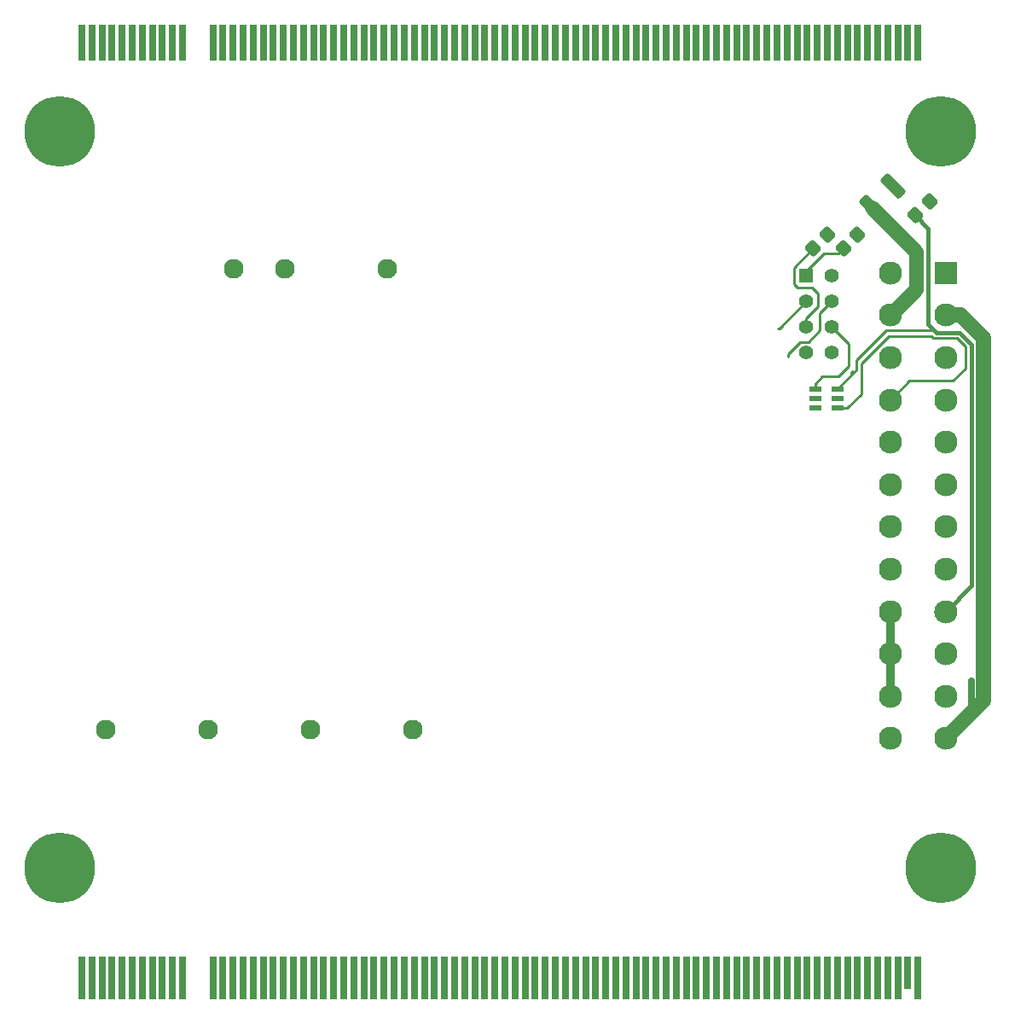
<source format=gbr>
%TF.GenerationSoftware,KiCad,Pcbnew,8.0.5*%
%TF.CreationDate,2024-10-29T15:45:57-04:00*%
%TF.ProjectId,Controller,436f6e74-726f-46c6-9c65-722e6b696361,rev?*%
%TF.SameCoordinates,Original*%
%TF.FileFunction,Copper,L1,Top*%
%TF.FilePolarity,Positive*%
%FSLAX46Y46*%
G04 Gerber Fmt 4.6, Leading zero omitted, Abs format (unit mm)*
G04 Created by KiCad (PCBNEW 8.0.5) date 2024-10-29 15:45:57*
%MOMM*%
%LPD*%
G01*
G04 APERTURE LIST*
G04 Aperture macros list*
%AMRoundRect*
0 Rectangle with rounded corners*
0 $1 Rounding radius*
0 $2 $3 $4 $5 $6 $7 $8 $9 X,Y pos of 4 corners*
0 Add a 4 corners polygon primitive as box body*
4,1,4,$2,$3,$4,$5,$6,$7,$8,$9,$2,$3,0*
0 Add four circle primitives for the rounded corners*
1,1,$1+$1,$2,$3*
1,1,$1+$1,$4,$5*
1,1,$1+$1,$6,$7*
1,1,$1+$1,$8,$9*
0 Add four rect primitives between the rounded corners*
20,1,$1+$1,$2,$3,$4,$5,0*
20,1,$1+$1,$4,$5,$6,$7,0*
20,1,$1+$1,$6,$7,$8,$9,0*
20,1,$1+$1,$8,$9,$2,$3,0*%
G04 Aperture macros list end*
%TA.AperFunction,SMDPad,CuDef*%
%ADD10RoundRect,0.250000X-0.070711X0.565685X-0.565685X0.070711X0.070711X-0.565685X0.565685X-0.070711X0*%
%TD*%
%TA.AperFunction,ComponentPad*%
%ADD11C,0.400000*%
%TD*%
%TA.AperFunction,ComponentPad*%
%ADD12C,7.000000*%
%TD*%
%TA.AperFunction,ComponentPad*%
%ADD13C,1.955800*%
%TD*%
%TA.AperFunction,SMDPad,CuDef*%
%ADD14RoundRect,0.250000X-0.548008X1.007627X-1.007627X0.548008X0.548008X-1.007627X1.007627X-0.548008X0*%
%TD*%
%TA.AperFunction,ComponentPad*%
%ADD15R,1.397000X1.397000*%
%TD*%
%TA.AperFunction,ComponentPad*%
%ADD16C,1.397000*%
%TD*%
%TA.AperFunction,SMDPad,CuDef*%
%ADD17RoundRect,0.250000X0.070711X-0.565685X0.565685X-0.070711X-0.070711X0.565685X-0.565685X0.070711X0*%
%TD*%
%TA.AperFunction,ComponentPad*%
%ADD18R,2.300000X2.300000*%
%TD*%
%TA.AperFunction,ComponentPad*%
%ADD19C,2.300000*%
%TD*%
%TA.AperFunction,SMDPad,CuDef*%
%ADD20R,1.200000X0.600000*%
%TD*%
%TA.AperFunction,ConnectorPad*%
%ADD21R,0.700000X4.300000*%
%TD*%
%TA.AperFunction,ConnectorPad*%
%ADD22R,0.700000X3.200000*%
%TD*%
%TA.AperFunction,SMDPad,CuDef*%
%ADD23R,0.700000X3.600000*%
%TD*%
%TA.AperFunction,ViaPad*%
%ADD24C,0.460000*%
%TD*%
%TA.AperFunction,Conductor*%
%ADD25C,1.397000*%
%TD*%
%TA.AperFunction,Conductor*%
%ADD26C,0.279400*%
%TD*%
%TA.AperFunction,Conductor*%
%ADD27C,0.406400*%
%TD*%
%TA.AperFunction,Conductor*%
%ADD28C,0.812800*%
%TD*%
%TA.AperFunction,Conductor*%
%ADD29C,0.711200*%
%TD*%
%TA.AperFunction,Conductor*%
%ADD30C,1.524000*%
%TD*%
G04 APERTURE END LIST*
D10*
%TO.P,R3,1*%
%TO.N,VCC*%
X223712107Y-62492893D03*
%TO.P,R3,2*%
%TO.N,/HDD_LED+*%
X222297893Y-63907107D03*
%TD*%
D11*
%TO.P,H5,1,1*%
%TO.N,GND*%
X141749713Y-52267213D03*
X142549713Y-50317213D03*
X142549713Y-54217213D03*
X144499713Y-49517213D03*
D12*
X144499713Y-52267213D03*
D11*
X144499713Y-55017213D03*
X146449713Y-50317213D03*
X146449713Y-54217213D03*
X147249713Y-52267213D03*
%TD*%
D13*
%TO.P,U1,1,RC*%
%TO.N,unconnected-(U1-RC-Pad1)*%
X177005000Y-65900000D03*
%TO.P,U1,3,-VIN*%
%TO.N,GND*%
X166845000Y-65900000D03*
%TO.P,U1,4,+VIN*%
%TO.N,+12V*%
X161765000Y-65900000D03*
%TO.P,U1,5,+VOUT*%
%TO.N,+12VA*%
X149065000Y-111620000D03*
%TO.P,U1,6,COM*%
%TO.N,GNDA*%
X159225000Y-111620000D03*
%TO.P,U1,7,-VOUT*%
%TO.N,-12VA*%
X169385000Y-111620000D03*
%TO.P,U1,8,TRIM*%
%TO.N,unconnected-(U1-TRIM-Pad8)*%
X179545000Y-111620000D03*
%TD*%
D11*
%TO.P,H6,1,1*%
%TO.N,GND*%
X229199713Y-52267213D03*
X229999713Y-50317213D03*
X229999713Y-54217213D03*
X231949713Y-49517213D03*
D12*
X231949713Y-52267213D03*
D11*
X231949713Y-55017213D03*
X233899713Y-50317213D03*
X233899713Y-54217213D03*
X234699713Y-52267213D03*
%TD*%
%TO.P,H8,1,1*%
%TO.N,GND*%
X229199713Y-125317213D03*
X229999713Y-123367213D03*
X229999713Y-127267213D03*
X231949713Y-122567213D03*
D12*
X231949713Y-125317213D03*
D11*
X231949713Y-128067213D03*
X233899713Y-123367213D03*
X233899713Y-127267213D03*
X234699713Y-125317213D03*
%TD*%
D14*
%TO.P,C6,1*%
%TO.N,GND*%
X227222500Y-57725000D03*
%TO.P,C6,2*%
%TO.N,-12V*%
X225136534Y-59810966D03*
%TD*%
D10*
%TO.P,R1,1*%
%TO.N,VCC*%
X220712107Y-62492893D03*
%TO.P,R1,2*%
%TO.N,/~{RST_SW}*%
X219297893Y-63907107D03*
%TD*%
D15*
%TO.P,J6,1,Pin_1*%
%TO.N,/HDD_LED+*%
X218605000Y-66600000D03*
D16*
%TO.P,J6,2,Pin_2*%
%TO.N,/HDD_LED-*%
X218605000Y-69140000D03*
%TO.P,J6,3,Pin_3*%
%TO.N,/~{RST_SW}*%
X218605000Y-71680000D03*
%TO.P,J6,4,Pin_4*%
%TO.N,GND*%
X218605000Y-74220000D03*
%TO.P,J6,5,Pin_5*%
X221145000Y-74220000D03*
%TO.P,J6,6,Pin_6*%
%TO.N,/~{PWR_SW}*%
X221145000Y-71680000D03*
%TO.P,J6,7,Pin_7*%
%TO.N,/PWR_LED-*%
X221145000Y-69140000D03*
%TO.P,J6,8,Pin_8*%
%TO.N,/PWR_LED+*%
X221145000Y-66600000D03*
%TD*%
D17*
%TO.P,R4,1*%
%TO.N,+5VSB*%
X229472500Y-60607107D03*
%TO.P,R4,2*%
%TO.N,GND*%
X230886714Y-59192893D03*
%TD*%
D18*
%TO.P,J5,1,+3.3V*%
%TO.N,+3.3V*%
X232472500Y-66304002D03*
D19*
%TO.P,J5,2,+3.3V*%
X232472500Y-70504001D03*
%TO.P,J5,3,GND*%
%TO.N,GND*%
X232472500Y-74704000D03*
%TO.P,J5,4,+5V*%
%TO.N,VCC*%
X232472500Y-78904000D03*
%TO.P,J5,5,GND*%
%TO.N,GND*%
X232472500Y-83103999D03*
%TO.P,J5,6,+5V*%
%TO.N,VCC*%
X232472500Y-87303998D03*
%TO.P,J5,7,GND*%
%TO.N,GND*%
X232472500Y-91503997D03*
%TO.P,J5,8,PWR_OK*%
%TO.N,unconnected-(J5-PWR_OK-Pad8)*%
X232472500Y-95703997D03*
%TO.P,J5,9,+5VSB*%
%TO.N,+5VSB*%
X232472500Y-99903996D03*
%TO.P,J5,10,+12V*%
%TO.N,+12V*%
X232472500Y-104103992D03*
%TO.P,J5,11,+12V*%
X232472500Y-108303992D03*
%TO.P,J5,12,+3.3V*%
%TO.N,+3.3V*%
X232472500Y-112503991D03*
%TO.P,J5,13,+3.3V*%
X226972501Y-66304002D03*
%TO.P,J5,14,-12V*%
%TO.N,-12V*%
X226972501Y-70504001D03*
%TO.P,J5,15,GND*%
%TO.N,GND*%
X226972501Y-74704000D03*
%TO.P,J5,16,~{PS_ON}*%
%TO.N,/~{PS_ON}*%
X226972501Y-78904000D03*
%TO.P,J5,17,GND*%
%TO.N,GND*%
X226972501Y-83103999D03*
%TO.P,J5,18,GND*%
X226972501Y-87303998D03*
%TO.P,J5,19,GND*%
X226972501Y-91503997D03*
%TO.P,J5,20,NC*%
%TO.N,unconnected-(J5-NC-Pad20)*%
X226972501Y-95703997D03*
%TO.P,J5,21,+5V*%
%TO.N,VCC*%
X226972501Y-99903996D03*
%TO.P,J5,22,+5V*%
X226972501Y-104103992D03*
%TO.P,J5,23,+5V*%
X226972501Y-108303992D03*
%TO.P,J5,24,GND*%
%TO.N,GND*%
X226972501Y-112503991D03*
%TD*%
D20*
%TO.P,U2,1,IN*%
%TO.N,/~{PWR_SW}*%
X219505000Y-77850000D03*
%TO.P,U2,2,GND*%
%TO.N,GND*%
X219505000Y-78800000D03*
%TO.P,U2,3,CLEAR*%
X219505000Y-79750000D03*
%TO.P,U2,4,~{OUT}*%
%TO.N,/~{PS_ON}*%
X221705000Y-79750000D03*
%TO.P,U2,5,OUT*%
%TO.N,unconnected-(U2-OUT-Pad5)*%
X221705000Y-78800000D03*
%TO.P,U2,6,VCC*%
%TO.N,+5VSB*%
X221705000Y-77850000D03*
%TD*%
D21*
%TO.P,J1,B1,+12v*%
%TO.N,-12V*%
X146724713Y-136267213D03*
%TO.P,J1,B2,+12v*%
X147724713Y-136267213D03*
%TO.P,J1,B3,+12v*%
X148724713Y-136267213D03*
%TO.P,J1,B4,GND*%
%TO.N,GND*%
X149724713Y-136267213D03*
%TO.P,J1,B5,-12v*%
%TO.N,+12V*%
X150724713Y-136267213D03*
%TO.P,J1,B6,-12v*%
X151724713Y-136267213D03*
%TO.P,J1,B7,GND*%
%TO.N,GND*%
X152724713Y-136267213D03*
%TO.P,J1,B8,+3v3*%
%TO.N,N/C*%
X153724713Y-136267213D03*
%TO.P,J1,B9,+5v*%
%TO.N,+5V*%
X154724713Y-136267213D03*
%TO.P,J1,B10,+5v*%
X155724713Y-136267213D03*
%TO.P,J1,B11,+5vsb*%
%TO.N,N/C*%
X156724713Y-136267213D03*
%TO.P,J1,B12,AUDIO_RX*%
X159724713Y-136267213D03*
%TO.P,J1,B13,GND*%
%TO.N,GND*%
X160724713Y-136267213D03*
%TO.P,J1,B14,CV_OUT*%
%TO.N,N/C*%
X161724713Y-136267213D03*
%TO.P,J1,B15,TRIG_IN*%
X162724713Y-136267213D03*
%TO.P,J1,B16,GND*%
%TO.N,GND*%
X163724713Y-136267213D03*
%TO.P,J1,B17,GATE_OUT*%
%TO.N,N/C*%
X164724713Y-136267213D03*
%TO.P,J1,B18,GND*%
%TO.N,GND*%
X165724713Y-136267213D03*
%TO.P,J1,B19*%
%TO.N,N/C*%
X166724713Y-136267213D03*
%TO.P,J1,B20*%
X167724713Y-136267213D03*
%TO.P,J1,B21*%
X168724713Y-136267213D03*
%TO.P,J1,B22*%
X169724713Y-136267213D03*
%TO.P,J1,B23*%
X170724713Y-136267213D03*
%TO.P,J1,B24*%
X171724713Y-136267213D03*
%TO.P,J1,B25*%
X172724713Y-136267213D03*
%TO.P,J1,B26*%
X173724713Y-136267213D03*
%TO.P,J1,B27*%
X174724713Y-136267213D03*
%TO.P,J1,B28*%
X175724713Y-136267213D03*
%TO.P,J1,B29*%
X176724713Y-136267213D03*
%TO.P,J1,B30*%
X177724713Y-136267213D03*
%TO.P,J1,B31*%
X178724713Y-136267213D03*
%TO.P,J1,B32*%
X179724713Y-136267213D03*
%TO.P,J1,B33*%
X180724713Y-136267213D03*
%TO.P,J1,B34*%
X181724713Y-136267213D03*
%TO.P,J1,B35*%
X182724713Y-136267213D03*
%TO.P,J1,B36*%
X183724713Y-136267213D03*
%TO.P,J1,B37*%
X184724713Y-136267213D03*
%TO.P,J1,B38*%
X185724713Y-136267213D03*
%TO.P,J1,B39*%
X186724713Y-136267213D03*
%TO.P,J1,B40*%
X187724713Y-136267213D03*
%TO.P,J1,B41*%
X188724713Y-136267213D03*
%TO.P,J1,B42*%
X189724713Y-136267213D03*
%TO.P,J1,B43*%
X190724713Y-136267213D03*
%TO.P,J1,B44*%
X191724713Y-136267213D03*
%TO.P,J1,B45*%
X192724713Y-136267213D03*
%TO.P,J1,B46*%
X193724713Y-136267213D03*
%TO.P,J1,B47*%
X194724713Y-136267213D03*
%TO.P,J1,B48*%
X195724713Y-136267213D03*
%TO.P,J1,B49*%
X196724713Y-136267213D03*
%TO.P,J1,B50*%
X197724713Y-136267213D03*
%TO.P,J1,B51*%
X198724713Y-136267213D03*
%TO.P,J1,B52*%
X199724713Y-136267213D03*
%TO.P,J1,B53*%
X200724713Y-136267213D03*
%TO.P,J1,B54*%
X201724713Y-136267213D03*
%TO.P,J1,B55*%
X202724713Y-136267213D03*
%TO.P,J1,B56*%
X203724713Y-136267213D03*
%TO.P,J1,B57*%
X204724713Y-136267213D03*
%TO.P,J1,B58*%
X205724713Y-136267213D03*
%TO.P,J1,B59*%
X206724713Y-136267213D03*
%TO.P,J1,B60*%
X207724713Y-136267213D03*
%TO.P,J1,B61*%
X208724713Y-136267213D03*
%TO.P,J1,B62*%
X209724713Y-136267213D03*
%TO.P,J1,B63*%
X210724713Y-136267213D03*
%TO.P,J1,B64*%
X211724713Y-136267213D03*
%TO.P,J1,B65*%
X212724713Y-136267213D03*
%TO.P,J1,B66*%
X213724713Y-136267213D03*
%TO.P,J1,B67*%
X214724713Y-136267213D03*
%TO.P,J1,B68*%
X215724713Y-136267213D03*
%TO.P,J1,B69*%
X216724713Y-136267213D03*
%TO.P,J1,B70*%
X217724713Y-136267213D03*
%TO.P,J1,B71*%
X218724713Y-136267213D03*
%TO.P,J1,B72*%
X219724713Y-136267213D03*
%TO.P,J1,B73*%
X220724713Y-136267213D03*
%TO.P,J1,B74*%
X221724713Y-136267213D03*
%TO.P,J1,B75*%
X222724713Y-136267213D03*
%TO.P,J1,B76*%
X223724713Y-136267213D03*
%TO.P,J1,B77*%
X224724713Y-136267213D03*
%TO.P,J1,B78*%
X225724713Y-136267213D03*
%TO.P,J1,B79*%
X226724713Y-136267213D03*
%TO.P,J1,B80*%
X227724713Y-136267213D03*
D22*
%TO.P,J1,B81*%
X228724713Y-135717213D03*
D21*
%TO.P,J1,B82*%
X229724713Y-136267213D03*
%TD*%
D11*
%TO.P,H7,1,1*%
%TO.N,N/C*%
X142555169Y-127261757D03*
X141741997Y-125317213D03*
X144499713Y-128074929D03*
X142555169Y-123372669D03*
D12*
X144499713Y-125317213D03*
D11*
X146444257Y-127261757D03*
X144499713Y-122559497D03*
X147257429Y-125317213D03*
X146444257Y-123372669D03*
%TD*%
D23*
%TO.P,J2,B1,B1*%
%TO.N,N/C*%
X146725000Y-43450000D03*
%TO.P,J2,B2,B2*%
X147725000Y-43450000D03*
%TO.P,J2,B3,B3*%
X148725000Y-43450000D03*
%TO.P,J2,B4,B4*%
X149725000Y-43450000D03*
%TO.P,J2,B5,B5*%
X150725000Y-43450000D03*
%TO.P,J2,B6,B6*%
X151725000Y-43450000D03*
%TO.P,J2,B7,B7*%
X152725000Y-43450000D03*
%TO.P,J2,B8,B8*%
X153725000Y-43450000D03*
%TO.P,J2,B9,B9*%
X154725000Y-43450000D03*
%TO.P,J2,B10,B10*%
X155725000Y-43450000D03*
%TO.P,J2,B11,B11*%
X156725000Y-43450000D03*
%TO.P,J2,B12,B12*%
X159725000Y-43450000D03*
%TO.P,J2,B13,B13*%
X160725000Y-43450000D03*
%TO.P,J2,B14,B14*%
X161725000Y-43450000D03*
%TO.P,J2,B15,B15*%
X162725000Y-43450000D03*
%TO.P,J2,B16,B16*%
X163725000Y-43450000D03*
%TO.P,J2,B17,B17*%
X164725000Y-43450000D03*
%TO.P,J2,B18,B18*%
X165725000Y-43450000D03*
%TO.P,J2,B19,B19*%
X166725000Y-43450000D03*
%TO.P,J2,B20,B20*%
X167725000Y-43450000D03*
%TO.P,J2,B21,B21*%
X168725000Y-43450000D03*
%TO.P,J2,B22,B22*%
X169725000Y-43450000D03*
%TO.P,J2,B23,B23*%
X170725000Y-43450000D03*
%TO.P,J2,B24,B24*%
X171725000Y-43450000D03*
%TO.P,J2,B25,B25*%
X172725000Y-43450000D03*
%TO.P,J2,B26,B26*%
X173725000Y-43450000D03*
%TO.P,J2,B27,B27*%
X174725000Y-43450000D03*
%TO.P,J2,B28,B28*%
X175725000Y-43450000D03*
%TO.P,J2,B29,B29*%
X176725000Y-43450000D03*
%TO.P,J2,B30,B30*%
X177725000Y-43450000D03*
%TO.P,J2,B31,B31*%
X178725000Y-43450000D03*
%TO.P,J2,B32,B32*%
X179725000Y-43450000D03*
%TO.P,J2,B33,B33*%
X180725000Y-43450000D03*
%TO.P,J2,B34,B34*%
X181725000Y-43450000D03*
%TO.P,J2,B35,B35*%
X182725000Y-43450000D03*
%TO.P,J2,B36,B36*%
X183725000Y-43450000D03*
%TO.P,J2,B37,B37*%
X184725000Y-43450000D03*
%TO.P,J2,B38,B38*%
X185725000Y-43450000D03*
%TO.P,J2,B39,B39*%
X186725000Y-43450000D03*
%TO.P,J2,B40,B40*%
X187725000Y-43450000D03*
%TO.P,J2,B41,B41*%
X188725000Y-43450000D03*
%TO.P,J2,B42,B42*%
X189725000Y-43450000D03*
%TO.P,J2,B43,B43*%
X190725000Y-43450000D03*
%TO.P,J2,B44,B44*%
X191725000Y-43450000D03*
%TO.P,J2,B45,B45*%
X192725000Y-43450000D03*
%TO.P,J2,B46,B46*%
X193725000Y-43450000D03*
%TO.P,J2,B47,B47*%
X194725000Y-43450000D03*
%TO.P,J2,B48,B48*%
X195725000Y-43450000D03*
%TO.P,J2,B49,B49*%
X196725000Y-43450000D03*
%TO.P,J2,B50,B50*%
X197725000Y-43450000D03*
%TO.P,J2,B51,B51*%
X198725000Y-43450000D03*
%TO.P,J2,B52,B52*%
X199725000Y-43450000D03*
%TO.P,J2,B53,B53*%
X200725000Y-43450000D03*
%TO.P,J2,B54,B54*%
X201725000Y-43450000D03*
%TO.P,J2,B55,B55*%
X202725000Y-43450000D03*
%TO.P,J2,B56,B56*%
X203725000Y-43450000D03*
%TO.P,J2,B57,B57*%
X204725000Y-43450000D03*
%TO.P,J2,B58,B58*%
X205725000Y-43450000D03*
%TO.P,J2,B59,B59*%
X206725000Y-43450000D03*
%TO.P,J2,B60,B60*%
X207725000Y-43450000D03*
%TO.P,J2,B61,B61*%
X208725000Y-43450000D03*
%TO.P,J2,B62,B62*%
X209725000Y-43450000D03*
%TO.P,J2,B63,B63*%
X210725000Y-43450000D03*
%TO.P,J2,B64,B64*%
X211725000Y-43450000D03*
%TO.P,J2,B65,B65*%
X212725000Y-43450000D03*
%TO.P,J2,B66,B66*%
X213725000Y-43450000D03*
%TO.P,J2,B67,B67*%
X214725000Y-43450000D03*
%TO.P,J2,B68,B68*%
X215725000Y-43450000D03*
%TO.P,J2,B69,B69*%
X216725000Y-43450000D03*
%TO.P,J2,B70,B70*%
X217725000Y-43450000D03*
%TO.P,J2,B71,B71*%
X218725000Y-43450000D03*
%TO.P,J2,B72,B72*%
X219725000Y-43450000D03*
%TO.P,J2,B73,B73*%
X220725000Y-43450000D03*
%TO.P,J2,B74,B74*%
X221725000Y-43450000D03*
%TO.P,J2,B75,B75*%
X222725000Y-43450000D03*
%TO.P,J2,B76,B76*%
X223725000Y-43450000D03*
%TO.P,J2,B77,B77*%
X224725000Y-43450000D03*
%TO.P,J2,B78,B78*%
X225725000Y-43450000D03*
%TO.P,J2,B79,B79*%
X226725000Y-43450000D03*
%TO.P,J2,B80,B80*%
X227725000Y-43450000D03*
%TO.P,J2,B81,B81*%
X228725000Y-43450000D03*
%TO.P,J2,B82,B82*%
X229725000Y-43450000D03*
%TD*%
D24*
%TO.N,+5VSB*%
X223280000Y-76275000D03*
%TD*%
D25*
%TO.N,-12V*%
X225136534Y-59810966D02*
X229497500Y-64171932D01*
X229497500Y-64171932D02*
X229497500Y-67979002D01*
X229497500Y-67979002D02*
X226972501Y-70504001D01*
D26*
%TO.N,+5VSB*%
X231605000Y-72257100D02*
X231347900Y-72000000D01*
D27*
X235039800Y-97336696D02*
X232472500Y-99903996D01*
X229472500Y-60607107D02*
X230751600Y-61886207D01*
D26*
X223280000Y-76275000D02*
X221705000Y-77850000D01*
D27*
X230751600Y-61886207D02*
X230751600Y-70078007D01*
X231605000Y-72257100D02*
X230751600Y-71403700D01*
D26*
X231347900Y-72000000D02*
X226605000Y-72000000D01*
D27*
X235039800Y-73434800D02*
X235039800Y-97336696D01*
X230751600Y-71403700D02*
X230751600Y-69800000D01*
X232472500Y-99903996D02*
X231508996Y-99903996D01*
D26*
X223605000Y-75000000D02*
X223605000Y-75950000D01*
D27*
X231605000Y-72257100D02*
X233862100Y-72257100D01*
X233862100Y-72257100D02*
X235039800Y-73434800D01*
D26*
X226605000Y-72000000D02*
X223605000Y-75000000D01*
X223605000Y-75950000D02*
X223280000Y-76275000D01*
D28*
%TO.N,VCC*%
X226972501Y-108303992D02*
X226972501Y-104103992D01*
X226972501Y-99903996D02*
X227175611Y-99903996D01*
X226972501Y-104103992D02*
X226972501Y-99903996D01*
D29*
%TO.N,+3.3V*%
X232472500Y-112503991D02*
X235029607Y-109946884D01*
D30*
X233909001Y-70504001D02*
X236205000Y-72800000D01*
X236205000Y-108771491D02*
X232472500Y-112503991D01*
X232472500Y-70504001D02*
X233909001Y-70504001D01*
D29*
X235029607Y-109946884D02*
X235029607Y-106800000D01*
D30*
X236205000Y-72800000D02*
X236205000Y-108771491D01*
D26*
%TO.N,/~{PS_ON}*%
X226805000Y-72600000D02*
X224084400Y-75320600D01*
X224084400Y-78320600D02*
X222655000Y-79750000D01*
X233605000Y-72800000D02*
X231237223Y-72800000D01*
X234405000Y-75800000D02*
X234405000Y-73600000D01*
X224084400Y-75320600D02*
X224084400Y-78320600D01*
X231237223Y-72800000D02*
X231037223Y-72600000D01*
X228876501Y-77000000D02*
X233205000Y-77000000D01*
X231037223Y-72600000D02*
X226805000Y-72600000D01*
X234405000Y-73600000D02*
X233605000Y-72800000D01*
X226972501Y-78904000D02*
X228876501Y-77000000D01*
X222655000Y-79750000D02*
X221705000Y-79750000D01*
X233205000Y-77000000D02*
X234405000Y-75800000D01*
%TO.N,/HDD_LED-*%
X215945000Y-71800000D02*
X215805000Y-71800000D01*
X218605000Y-69140000D02*
X215945000Y-71800000D01*
%TO.N,/HDD_LED+*%
X222297893Y-63907107D02*
X221805000Y-64400000D01*
X221805000Y-64400000D02*
X220405000Y-64400000D01*
X218605000Y-66200000D02*
X218605000Y-66600000D01*
X220405000Y-64400000D02*
X218605000Y-66200000D01*
%TO.N,/PWR_LED-*%
X218823200Y-73181800D02*
X218023200Y-73181800D01*
X220005000Y-72000000D02*
X218823200Y-73181800D01*
X218023200Y-73181800D02*
X216805000Y-74400000D01*
X220005000Y-70280000D02*
X220005000Y-72000000D01*
X216805000Y-74400000D02*
X216805000Y-74600000D01*
X221145000Y-69140000D02*
X220005000Y-70280000D01*
%TO.N,/~{RST_SW}*%
X219805000Y-68400000D02*
X219805000Y-69600000D01*
X218605000Y-70800000D02*
X218605000Y-71680000D01*
X219205000Y-67800000D02*
X219805000Y-68400000D01*
X219297893Y-63907107D02*
X217405000Y-65800000D01*
X217405000Y-65800000D02*
X217405000Y-67400000D01*
X217405000Y-67400000D02*
X217805000Y-67800000D01*
X219805000Y-69600000D02*
X218605000Y-70800000D01*
X217805000Y-67800000D02*
X219205000Y-67800000D01*
%TO.N,/~{PWR_SW}*%
X221805000Y-76600000D02*
X220205000Y-76600000D01*
X219505000Y-77300000D02*
X219505000Y-77850000D01*
X221145000Y-71680000D02*
X222805000Y-73340000D01*
X222805000Y-73340000D02*
X222805000Y-75600000D01*
X220205000Y-76600000D02*
X219505000Y-77300000D01*
X222805000Y-75600000D02*
X221805000Y-76600000D01*
%TD*%
M02*

</source>
